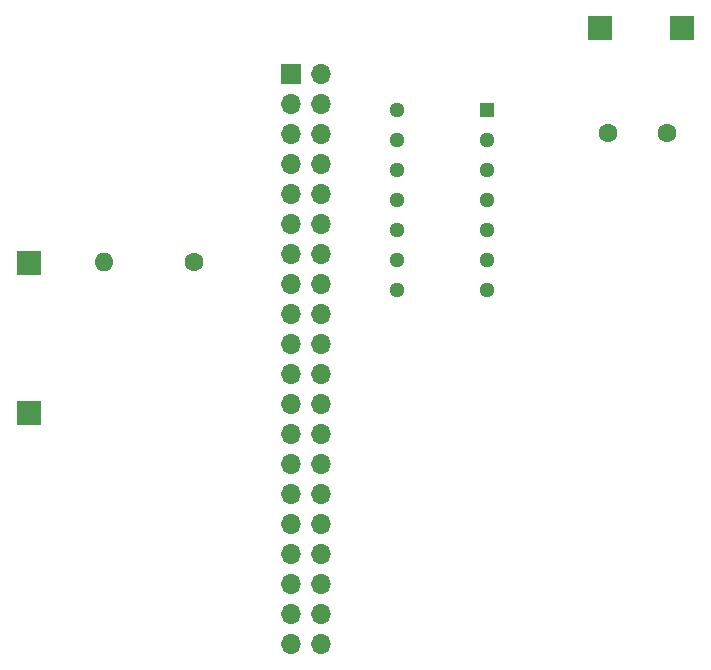
<source format=gbl>
G04 #@! TF.GenerationSoftware,KiCad,Pcbnew,7.0.7*
G04 #@! TF.CreationDate,2023-09-07T11:23:27-07:00*
G04 #@! TF.ProjectId,bivariate-bivalve,62697661-7269-4617-9465-2d626976616c,rev?*
G04 #@! TF.SameCoordinates,Original*
G04 #@! TF.FileFunction,Copper,L2,Bot*
G04 #@! TF.FilePolarity,Positive*
%FSLAX46Y46*%
G04 Gerber Fmt 4.6, Leading zero omitted, Abs format (unit mm)*
G04 Created by KiCad (PCBNEW 7.0.7) date 2023-09-07 11:23:27*
%MOMM*%
%LPD*%
G01*
G04 APERTURE LIST*
G04 Aperture macros list*
%AMRoundRect*
0 Rectangle with rounded corners*
0 $1 Rounding radius*
0 $2 $3 $4 $5 $6 $7 $8 $9 X,Y pos of 4 corners*
0 Add a 4 corners polygon primitive as box body*
4,1,4,$2,$3,$4,$5,$6,$7,$8,$9,$2,$3,0*
0 Add four circle primitives for the rounded corners*
1,1,$1+$1,$2,$3*
1,1,$1+$1,$4,$5*
1,1,$1+$1,$6,$7*
1,1,$1+$1,$8,$9*
0 Add four rect primitives between the rounded corners*
20,1,$1+$1,$2,$3,$4,$5,0*
20,1,$1+$1,$4,$5,$6,$7,0*
20,1,$1+$1,$6,$7,$8,$9,0*
20,1,$1+$1,$8,$9,$2,$3,0*%
G04 Aperture macros list end*
G04 #@! TA.AperFunction,ComponentPad*
%ADD10C,1.600000*%
G04 #@! TD*
G04 #@! TA.AperFunction,ComponentPad*
%ADD11O,1.600000X1.600000*%
G04 #@! TD*
G04 #@! TA.AperFunction,ComponentPad*
%ADD12R,1.700000X1.700000*%
G04 #@! TD*
G04 #@! TA.AperFunction,ComponentPad*
%ADD13O,1.700000X1.700000*%
G04 #@! TD*
G04 #@! TA.AperFunction,ComponentPad*
%ADD14C,1.295400*%
G04 #@! TD*
G04 #@! TA.AperFunction,ComponentPad*
%ADD15R,1.295400X1.295400*%
G04 #@! TD*
G04 #@! TA.AperFunction,ComponentPad*
%ADD16RoundRect,0.250001X0.799999X0.799999X-0.799999X0.799999X-0.799999X-0.799999X0.799999X-0.799999X0*%
G04 #@! TD*
G04 APERTURE END LIST*
D10*
G04 #@! TO.P,R1,1*
G04 #@! TO.N,Net-(J1-Pin_7)*
X67050000Y-56750000D03*
D11*
G04 #@! TO.P,R1,2*
G04 #@! TO.N,Net-(J2-Pin_1)*
X59430000Y-56750000D03*
G04 #@! TD*
D12*
G04 #@! TO.P,J1,1,Pin_1*
G04 #@! TO.N,unconnected-(J1-Pin_1-Pad1)*
X75310000Y-40805000D03*
D13*
G04 #@! TO.P,J1,2,Pin_2*
G04 #@! TO.N,unconnected-(J1-Pin_2-Pad2)*
X77850000Y-40805000D03*
G04 #@! TO.P,J1,3,Pin_3*
G04 #@! TO.N,unconnected-(J1-Pin_3-Pad3)*
X75310000Y-43345000D03*
G04 #@! TO.P,J1,4,Pin_4*
G04 #@! TO.N,unconnected-(J1-Pin_4-Pad4)*
X77850000Y-43345000D03*
G04 #@! TO.P,J1,5,Pin_5*
G04 #@! TO.N,unconnected-(J1-Pin_5-Pad5)*
X75310000Y-45885000D03*
G04 #@! TO.P,J1,6,Pin_6*
G04 #@! TO.N,Net-(D1-VSS)*
X77850000Y-45885000D03*
G04 #@! TO.P,J1,7,Pin_7*
G04 #@! TO.N,Net-(J1-Pin_7)*
X75310000Y-48425000D03*
G04 #@! TO.P,J1,8,Pin_8*
G04 #@! TO.N,unconnected-(J1-Pin_8-Pad8)*
X77850000Y-48425000D03*
G04 #@! TO.P,J1,9,Pin_9*
G04 #@! TO.N,Net-(J1-Pin_9)*
X75310000Y-50965000D03*
G04 #@! TO.P,J1,10,Pin_10*
G04 #@! TO.N,unconnected-(J1-Pin_10-Pad10)*
X77850000Y-50965000D03*
G04 #@! TO.P,J1,11,Pin_11*
G04 #@! TO.N,unconnected-(J1-Pin_11-Pad11)*
X75310000Y-53505000D03*
G04 #@! TO.P,J1,12,Pin_12*
G04 #@! TO.N,Net-(J1-Pin_12)*
X77850000Y-53505000D03*
G04 #@! TO.P,J1,13,Pin_13*
G04 #@! TO.N,unconnected-(J1-Pin_13-Pad13)*
X75310000Y-56045000D03*
G04 #@! TO.P,J1,14,Pin_14*
G04 #@! TO.N,unconnected-(J1-Pin_14-Pad14)*
X77850000Y-56045000D03*
G04 #@! TO.P,J1,15,Pin_15*
G04 #@! TO.N,unconnected-(J1-Pin_15-Pad15)*
X75310000Y-58585000D03*
G04 #@! TO.P,J1,16,Pin_16*
G04 #@! TO.N,unconnected-(J1-Pin_16-Pad16)*
X77850000Y-58585000D03*
G04 #@! TO.P,J1,17,Pin_17*
G04 #@! TO.N,unconnected-(J1-Pin_17-Pad17)*
X75310000Y-61125000D03*
G04 #@! TO.P,J1,18,Pin_18*
G04 #@! TO.N,unconnected-(J1-Pin_18-Pad18)*
X77850000Y-61125000D03*
G04 #@! TO.P,J1,19,Pin_19*
G04 #@! TO.N,unconnected-(J1-Pin_19-Pad19)*
X75310000Y-63665000D03*
G04 #@! TO.P,J1,20,Pin_20*
G04 #@! TO.N,unconnected-(J1-Pin_20-Pad20)*
X77850000Y-63665000D03*
G04 #@! TO.P,J1,21,Pin_21*
G04 #@! TO.N,unconnected-(J1-Pin_21-Pad21)*
X75310000Y-66205000D03*
G04 #@! TO.P,J1,22,Pin_22*
G04 #@! TO.N,unconnected-(J1-Pin_22-Pad22)*
X77850000Y-66205000D03*
G04 #@! TO.P,J1,23,Pin_23*
G04 #@! TO.N,unconnected-(J1-Pin_23-Pad23)*
X75310000Y-68745000D03*
G04 #@! TO.P,J1,24,Pin_24*
G04 #@! TO.N,unconnected-(J1-Pin_24-Pad24)*
X77850000Y-68745000D03*
G04 #@! TO.P,J1,25,Pin_25*
G04 #@! TO.N,unconnected-(J1-Pin_25-Pad25)*
X75310000Y-71285000D03*
G04 #@! TO.P,J1,26,Pin_26*
G04 #@! TO.N,unconnected-(J1-Pin_26-Pad26)*
X77850000Y-71285000D03*
G04 #@! TO.P,J1,27,Pin_27*
G04 #@! TO.N,unconnected-(J1-Pin_27-Pad27)*
X75310000Y-73825000D03*
G04 #@! TO.P,J1,28,Pin_28*
G04 #@! TO.N,unconnected-(J1-Pin_28-Pad28)*
X77850000Y-73825000D03*
G04 #@! TO.P,J1,29,Pin_29*
G04 #@! TO.N,unconnected-(J1-Pin_29-Pad29)*
X75310000Y-76365000D03*
G04 #@! TO.P,J1,30,Pin_30*
G04 #@! TO.N,unconnected-(J1-Pin_30-Pad30)*
X77850000Y-76365000D03*
G04 #@! TO.P,J1,31,Pin_31*
G04 #@! TO.N,unconnected-(J1-Pin_31-Pad31)*
X75310000Y-78905000D03*
G04 #@! TO.P,J1,32,Pin_32*
G04 #@! TO.N,unconnected-(J1-Pin_32-Pad32)*
X77850000Y-78905000D03*
G04 #@! TO.P,J1,33,Pin_33*
G04 #@! TO.N,unconnected-(J1-Pin_33-Pad33)*
X75310000Y-81445000D03*
G04 #@! TO.P,J1,34,Pin_34*
G04 #@! TO.N,unconnected-(J1-Pin_34-Pad34)*
X77850000Y-81445000D03*
G04 #@! TO.P,J1,35,Pin_35*
G04 #@! TO.N,unconnected-(J1-Pin_35-Pad35)*
X75310000Y-83985000D03*
G04 #@! TO.P,J1,36,Pin_36*
G04 #@! TO.N,unconnected-(J1-Pin_36-Pad36)*
X77850000Y-83985000D03*
G04 #@! TO.P,J1,37,Pin_37*
G04 #@! TO.N,unconnected-(J1-Pin_37-Pad37)*
X75310000Y-86525000D03*
G04 #@! TO.P,J1,38,Pin_38*
G04 #@! TO.N,unconnected-(J1-Pin_38-Pad38)*
X77850000Y-86525000D03*
G04 #@! TO.P,J1,39,Pin_39*
G04 #@! TO.N,unconnected-(J1-Pin_39-Pad39)*
X75310000Y-89065000D03*
G04 #@! TO.P,J1,40,Pin_40*
G04 #@! TO.N,unconnected-(J1-Pin_40-Pad40)*
X77850000Y-89065000D03*
G04 #@! TD*
D14*
G04 #@! TO.P,U1,14,VCC*
G04 #@! TO.N,Net-(D1-VDD)*
X84305000Y-43895000D03*
G04 #@! TO.P,U1,13,\u002A4OE*
G04 #@! TO.N,Net-(D1-VSS)*
X84305000Y-46435000D03*
G04 #@! TO.P,U1,12,4A*
X84305000Y-48975000D03*
G04 #@! TO.P,U1,11,4Y*
G04 #@! TO.N,unconnected-(U1-4Y-Pad11)*
X84305000Y-51515000D03*
G04 #@! TO.P,U1,10,\u002A3OE*
G04 #@! TO.N,Net-(D1-VSS)*
X84305000Y-54055000D03*
G04 #@! TO.P,U1,9,3A*
X84305000Y-56595000D03*
G04 #@! TO.P,U1,8,3Y*
G04 #@! TO.N,unconnected-(U1-3Y-Pad8)*
X84305000Y-59135000D03*
G04 #@! TO.P,U1,7,GND*
G04 #@! TO.N,Net-(D1-VSS)*
X91925000Y-59135000D03*
G04 #@! TO.P,U1,6,2Y*
G04 #@! TO.N,unconnected-(U1-2Y-Pad6)*
X91925000Y-56595000D03*
G04 #@! TO.P,U1,5,2A*
G04 #@! TO.N,Net-(D1-VSS)*
X91925000Y-54055000D03*
G04 #@! TO.P,U1,4,\u002A2OE*
X91925000Y-51515000D03*
G04 #@! TO.P,U1,3,1Y*
G04 #@! TO.N,Net-(U1-1Y)*
X91925000Y-48975000D03*
G04 #@! TO.P,U1,2,1A*
G04 #@! TO.N,Net-(J1-Pin_12)*
X91925000Y-46435000D03*
D15*
G04 #@! TO.P,U1,1,\u002A1OE*
G04 #@! TO.N,Net-(D1-VSS)*
X91925000Y-43895000D03*
G04 #@! TD*
D16*
G04 #@! TO.P,J5,1,Pin_1*
G04 #@! TO.N,Net-(D1-VSS)*
X101450000Y-36910000D03*
G04 #@! TD*
G04 #@! TO.P,J4,1,Pin_1*
G04 #@! TO.N,Net-(D1-VDD)*
X108435000Y-36910000D03*
G04 #@! TD*
G04 #@! TO.P,J3,1,Pin_1*
G04 #@! TO.N,Net-(J1-Pin_9)*
X53150000Y-69490000D03*
G04 #@! TD*
G04 #@! TO.P,J2,1,Pin_1*
G04 #@! TO.N,Net-(J2-Pin_1)*
X53150000Y-56790000D03*
G04 #@! TD*
D10*
G04 #@! TO.P,C19,1*
G04 #@! TO.N,Net-(D1-VDD)*
X107165000Y-45800000D03*
G04 #@! TO.P,C19,2*
G04 #@! TO.N,Net-(D1-VSS)*
X102165000Y-45800000D03*
G04 #@! TD*
M02*

</source>
